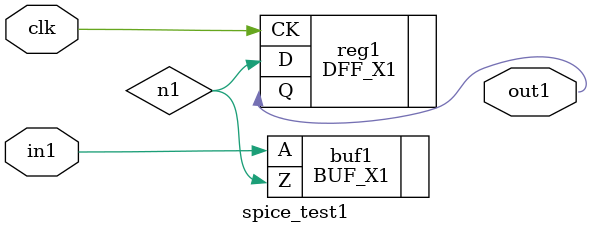
<source format=v>
module spice_test1 (clk, in1, out1);
  input clk, in1;
  output out1;
  wire n1;

  BUF_X1 buf1 (.A(in1), .Z(n1));
  DFF_X1 reg1 (.D(n1), .CK(clk), .Q(out1));
endmodule

</source>
